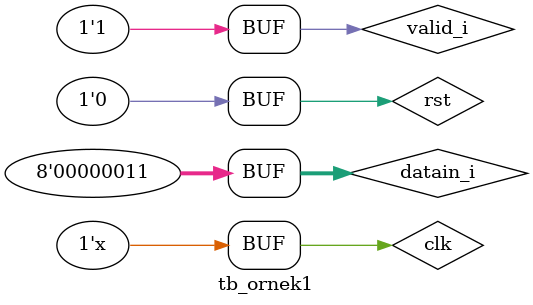
<source format=v>
`timescale 1ns / 1ps


module tb_ornek1();
reg clk=0;
reg rst=0;
reg valid_i;
reg [7:0] datain_i;
wire ready_o;
wire [9:0] dataout_o;

ornek1 #(60)uut(clk,rst,valid_i,datain_i,ready_o,dataout_o);
always begin 
    clk=~clk;
    #10;
end
initial begin
valid_i=1;datain_i=15;#20;
valid_i=1;datain_i=20;#20;
valid_i=1;datain_i=25;#20;

valid_i=1;datain_i=15;#20;
valid_i=1;datain_i=20;#20;
valid_i=1;datain_i=25;#20;
valid_i=1;datain_i=15;#20;
valid_i=1;datain_i=20;#20;
valid_i=1;datain_i=25;#20;

valid_i=1;datain_i=15;#20;
valid_i=1;datain_i=20;#20;
valid_i=1;datain_i=25;#20;
valid_i=1;datain_i=15;#20;
valid_i=1;datain_i=20;#20;
valid_i=1;datain_i=25;#20;

valid_i=1;datain_i=15;#20;
valid_i=1;datain_i=20;#20;
valid_i=1;datain_i=25;#20;
valid_i=1;datain_i=15;#20;
valid_i=1;datain_i=20;#20;
valid_i=1;datain_i=25;#20;

valid_i=1;datain_i=15;#20;
valid_i=1;datain_i=20;#20;
valid_i=1;datain_i=25;#20;
valid_i=1;datain_i=15;#20;
valid_i=1;datain_i=20;#20;
valid_i=1;datain_i=25;#20;

valid_i=1;datain_i=15;#20;
valid_i=1;datain_i=20;#20;
valid_i=1;datain_i=25;#20;
valid_i=1;datain_i=15;#20;
valid_i=1;datain_i=20;#20;
valid_i=1;datain_i=25;#20;

valid_i=1;datain_i=15;#20;
valid_i=1;datain_i=20;#20;
valid_i=1;datain_i=25;#20;


valid_i=1;datain_i=1;#20;
valid_i=1;datain_i=2;#20;
valid_i=1;datain_i=3;#20;
valid_i=1;datain_i=1;#20;
valid_i=1;datain_i=2;#20;
valid_i=1;datain_i=3;#20;
valid_i=1;datain_i=1;#20;
valid_i=1;datain_i=2;#20;
valid_i=1;datain_i=3;#20;
valid_i=1;datain_i=1;#20;
valid_i=1;datain_i=2;#20;
valid_i=1;datain_i=3;#20;
valid_i=1;datain_i=1;#20;
valid_i=1;datain_i=2;#20;
valid_i=1;datain_i=3;#20;
valid_i=1;datain_i=1;#20;
valid_i=1;datain_i=2;#20;
valid_i=1;datain_i=3;#20;
valid_i=1;datain_i=1;#20;
valid_i=1;datain_i=2;#20;
valid_i=1;datain_i=3;#20;
valid_i=1;datain_i=1;#20;
valid_i=1;datain_i=2;#20;
valid_i=1;datain_i=3;#20;
valid_i=1;datain_i=1;#20;
valid_i=1;datain_i=2;#20;
valid_i=1;datain_i=3;#20;
valid_i=1;datain_i=1;#20;
valid_i=1;datain_i=2;#20;
valid_i=1;datain_i=3;#20;
valid_i=1;datain_i=1;#20;
valid_i=1;datain_i=2;#20;
valid_i=1;datain_i=3;#20;
valid_i=1;datain_i=1;#20;
valid_i=1;datain_i=2;#20;
valid_i=1;datain_i=3;#20;
valid_i=1;datain_i=1;#20;
valid_i=1;datain_i=2;#20;
valid_i=1;datain_i=3;#20;
valid_i=1;datain_i=1;#20;
valid_i=1;datain_i=2;#20;
valid_i=1;datain_i=3;#20;
valid_i=1;datain_i=1;#20;
valid_i=1;datain_i=2;#20;
valid_i=1;datain_i=3;#20;
valid_i=1;datain_i=1;#20;
valid_i=1;datain_i=2;#20;
valid_i=1;datain_i=3;#20;
valid_i=1;datain_i=1;#20;
valid_i=1;datain_i=2;#20;
valid_i=1;datain_i=3;#20;
valid_i=1;datain_i=1;#20;
valid_i=1;datain_i=2;#20;
valid_i=1;datain_i=3;#20;
valid_i=1;datain_i=1;#20;
valid_i=1;datain_i=2;#20;
valid_i=1;datain_i=3;#20;
valid_i=1;datain_i=1;#20;
valid_i=1;datain_i=2;#20;
valid_i=1;datain_i=3;#20;
valid_i=1;datain_i=1;#20;
valid_i=1;datain_i=2;#20;
valid_i=1;datain_i=3;#20;
end

endmodule

</source>
